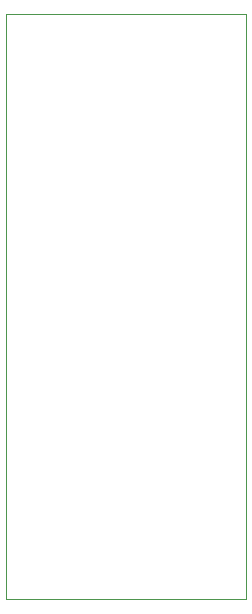
<source format=gbp>
G75*
%MOIN*%
%OFA0B0*%
%FSLAX24Y24*%
%IPPOS*%
%LPD*%
%AMOC8*
5,1,8,0,0,1.08239X$1,22.5*
%
%ADD10C,0.0000*%
D10*
X000680Y002797D02*
X000680Y022297D01*
X008680Y022297D01*
X008680Y002797D01*
X000680Y002797D01*
M02*

</source>
